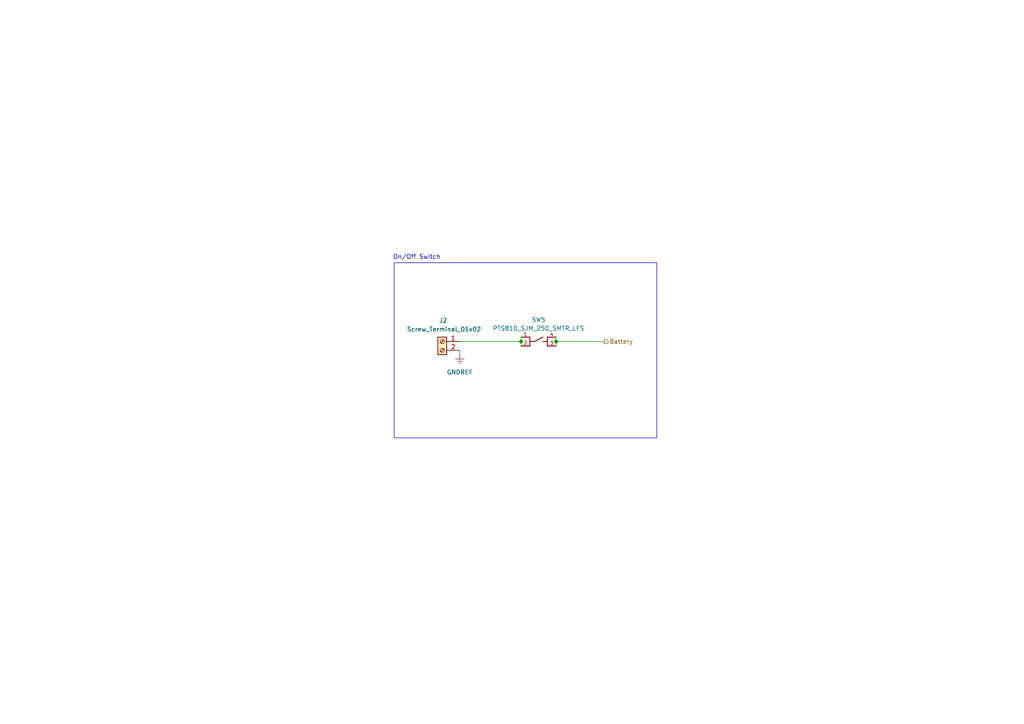
<source format=kicad_sch>
(kicad_sch
	(version 20250114)
	(generator "eeschema")
	(generator_version "9.0")
	(uuid "ad4c50bb-0b54-4b10-b258-a6df7668526b")
	(paper "A4")
	(lib_symbols
		(symbol "HMS_SSymbols_Library:GNDREF"
			(power)
			(pin_numbers
				(hide yes)
			)
			(pin_names
				(offset 0)
				(hide yes)
			)
			(exclude_from_sim no)
			(in_bom yes)
			(on_board yes)
			(property "Reference" "#PWR"
				(at 0 -6.35 0)
				(effects
					(font
						(size 1.27 1.27)
					)
					(hide yes)
				)
			)
			(property "Value" "GNDREF"
				(at 0 -3.81 0)
				(effects
					(font
						(size 1.27 1.27)
					)
				)
			)
			(property "Footprint" ""
				(at 0 0 0)
				(effects
					(font
						(size 1.27 1.27)
					)
					(hide yes)
				)
			)
			(property "Datasheet" ""
				(at 0 0 0)
				(effects
					(font
						(size 1.27 1.27)
					)
					(hide yes)
				)
			)
			(property "Description" "Power symbol creates a global label with name \"GNDREF\" , reference supply ground"
				(at 0 0 0)
				(effects
					(font
						(size 1.27 1.27)
					)
					(hide yes)
				)
			)
			(property "ki_keywords" "global power"
				(at 0 0 0)
				(effects
					(font
						(size 1.27 1.27)
					)
					(hide yes)
				)
			)
			(symbol "GNDREF_0_1"
				(polyline
					(pts
						(xy -0.635 -1.905) (xy 0.635 -1.905)
					)
					(stroke
						(width 0)
						(type default)
					)
					(fill
						(type none)
					)
				)
				(polyline
					(pts
						(xy -0.127 -2.54) (xy 0.127 -2.54)
					)
					(stroke
						(width 0)
						(type default)
					)
					(fill
						(type none)
					)
				)
				(polyline
					(pts
						(xy 0 -1.27) (xy 0 0)
					)
					(stroke
						(width 0)
						(type default)
					)
					(fill
						(type none)
					)
				)
				(polyline
					(pts
						(xy 1.27 -1.27) (xy -1.27 -1.27)
					)
					(stroke
						(width 0)
						(type default)
					)
					(fill
						(type none)
					)
				)
			)
			(symbol "GNDREF_1_1"
				(pin power_in line
					(at 0 0 270)
					(length 0)
					(name "~"
						(effects
							(font
								(size 1.27 1.27)
							)
						)
					)
					(number "1"
						(effects
							(font
								(size 1.27 1.27)
							)
						)
					)
				)
			)
			(embedded_fonts no)
		)
		(symbol "HMS_SSymbols_Library:PTS810_SJM_250_SMTR_LFS"
			(pin_names
				(offset 1.016)
			)
			(exclude_from_sim no)
			(in_bom yes)
			(on_board yes)
			(property "Reference" "SW"
				(at -3.81 1.27 0)
				(effects
					(font
						(size 1.27 1.27)
					)
					(justify left bottom)
				)
			)
			(property "Value" "PTS810_SJM_250_SMTR_LFS"
				(at -5.08 -6.35 0)
				(effects
					(font
						(size 1.27 1.27)
					)
					(justify left bottom)
				)
			)
			(property "Footprint" "PTS810_SJM_250_SMTR_LFS:SW_PTS810_SJM_250_SMTR_LFS"
				(at 0 0 0)
				(effects
					(font
						(size 1.27 1.27)
					)
					(justify bottom)
					(hide yes)
				)
			)
			(property "Datasheet" ""
				(at 0 0 0)
				(effects
					(font
						(size 1.27 1.27)
					)
					(hide yes)
				)
			)
			(property "Description" ""
				(at 0 0 0)
				(effects
					(font
						(size 1.27 1.27)
					)
					(hide yes)
				)
			)
			(property "MANUFACTURER" "CnK"
				(at 0 0 0)
				(effects
					(font
						(size 1.27 1.27)
					)
					(justify bottom)
					(hide yes)
				)
			)
			(property "STANDARD" "Manufacturer Recommendations"
				(at 0 0 0)
				(effects
					(font
						(size 1.27 1.27)
					)
					(justify bottom)
					(hide yes)
				)
			)
			(symbol "PTS810_SJM_250_SMTR_LFS_0_0"
				(polyline
					(pts
						(xy -2.54 0) (xy -5.08 0)
					)
					(stroke
						(width 0.254)
						(type default)
					)
					(fill
						(type none)
					)
				)
				(polyline
					(pts
						(xy -2.54 0) (xy -2.54 -2.54)
					)
					(stroke
						(width 0.254)
						(type default)
					)
					(fill
						(type none)
					)
				)
				(polyline
					(pts
						(xy -2.54 -1.27) (xy -1.27 -1.27)
					)
					(stroke
						(width 0.254)
						(type default)
					)
					(fill
						(type none)
					)
				)
				(polyline
					(pts
						(xy -2.54 -2.54) (xy -5.08 -2.54)
					)
					(stroke
						(width 0.254)
						(type default)
					)
					(fill
						(type none)
					)
				)
				(polyline
					(pts
						(xy -1.27 -1.27) (xy 1.27 0)
					)
					(stroke
						(width 0.254)
						(type default)
					)
					(fill
						(type none)
					)
				)
				(polyline
					(pts
						(xy 1.27 -1.27) (xy 2.54 -1.27)
					)
					(stroke
						(width 0.254)
						(type default)
					)
					(fill
						(type none)
					)
				)
				(polyline
					(pts
						(xy 2.54 0) (xy 2.54 -2.54)
					)
					(stroke
						(width 0.254)
						(type default)
					)
					(fill
						(type none)
					)
				)
				(polyline
					(pts
						(xy 2.54 0) (xy 5.08 0)
					)
					(stroke
						(width 0.254)
						(type default)
					)
					(fill
						(type none)
					)
				)
				(polyline
					(pts
						(xy 2.54 -2.54) (xy 5.08 -2.54)
					)
					(stroke
						(width 0.254)
						(type default)
					)
					(fill
						(type none)
					)
				)
				(pin passive line
					(at -5.08 0 0)
					(length 2.54)
					(name "~"
						(effects
							(font
								(size 1.016 1.016)
							)
						)
					)
					(number "1"
						(effects
							(font
								(size 1.016 1.016)
							)
						)
					)
				)
				(pin passive line
					(at -5.08 -2.54 0)
					(length 2.54)
					(name "~"
						(effects
							(font
								(size 1.016 1.016)
							)
						)
					)
					(number "2"
						(effects
							(font
								(size 1.016 1.016)
							)
						)
					)
				)
				(pin passive line
					(at 5.08 0 180)
					(length 2.54)
					(name "~"
						(effects
							(font
								(size 1.016 1.016)
							)
						)
					)
					(number "4"
						(effects
							(font
								(size 1.016 1.016)
							)
						)
					)
				)
				(pin passive line
					(at 5.08 -2.54 180)
					(length 2.54)
					(name "~"
						(effects
							(font
								(size 1.016 1.016)
							)
						)
					)
					(number "3"
						(effects
							(font
								(size 1.016 1.016)
							)
						)
					)
				)
			)
			(embedded_fonts no)
		)
		(symbol "HMS_SSymbols_Library:Screw_Terminal_01x02"
			(pin_names
				(offset 1.016)
				(hide yes)
			)
			(exclude_from_sim no)
			(in_bom yes)
			(on_board yes)
			(property "Reference" "J"
				(at 0 2.54 0)
				(effects
					(font
						(size 1.27 1.27)
					)
				)
			)
			(property "Value" "Screw_Terminal_01x02"
				(at 0 -5.08 0)
				(effects
					(font
						(size 1.27 1.27)
					)
				)
			)
			(property "Footprint" ""
				(at 0 0 0)
				(effects
					(font
						(size 1.27 1.27)
					)
					(hide yes)
				)
			)
			(property "Datasheet" "~"
				(at 0 0 0)
				(effects
					(font
						(size 1.27 1.27)
					)
					(hide yes)
				)
			)
			(property "Description" "Generic screw terminal, single row, 01x02, script generated (kicad-library-utils/schlib/autogen/connector/)"
				(at 0 0 0)
				(effects
					(font
						(size 1.27 1.27)
					)
					(hide yes)
				)
			)
			(property "ki_keywords" "screw terminal"
				(at 0 0 0)
				(effects
					(font
						(size 1.27 1.27)
					)
					(hide yes)
				)
			)
			(property "ki_fp_filters" "TerminalBlock*:*"
				(at 0 0 0)
				(effects
					(font
						(size 1.27 1.27)
					)
					(hide yes)
				)
			)
			(symbol "Screw_Terminal_01x02_1_1"
				(rectangle
					(start -1.27 1.27)
					(end 1.27 -3.81)
					(stroke
						(width 0.254)
						(type default)
					)
					(fill
						(type background)
					)
				)
				(polyline
					(pts
						(xy -0.5334 0.3302) (xy 0.3302 -0.508)
					)
					(stroke
						(width 0.1524)
						(type default)
					)
					(fill
						(type none)
					)
				)
				(polyline
					(pts
						(xy -0.5334 -2.2098) (xy 0.3302 -3.048)
					)
					(stroke
						(width 0.1524)
						(type default)
					)
					(fill
						(type none)
					)
				)
				(polyline
					(pts
						(xy -0.3556 0.508) (xy 0.508 -0.3302)
					)
					(stroke
						(width 0.1524)
						(type default)
					)
					(fill
						(type none)
					)
				)
				(polyline
					(pts
						(xy -0.3556 -2.032) (xy 0.508 -2.8702)
					)
					(stroke
						(width 0.1524)
						(type default)
					)
					(fill
						(type none)
					)
				)
				(circle
					(center 0 0)
					(radius 0.635)
					(stroke
						(width 0.1524)
						(type default)
					)
					(fill
						(type none)
					)
				)
				(circle
					(center 0 -2.54)
					(radius 0.635)
					(stroke
						(width 0.1524)
						(type default)
					)
					(fill
						(type none)
					)
				)
				(pin passive line
					(at -5.08 0 0)
					(length 3.81)
					(name "Pin_1"
						(effects
							(font
								(size 1.27 1.27)
							)
						)
					)
					(number "1"
						(effects
							(font
								(size 1.27 1.27)
							)
						)
					)
				)
				(pin passive line
					(at -5.08 -2.54 0)
					(length 3.81)
					(name "Pin_2"
						(effects
							(font
								(size 1.27 1.27)
							)
						)
					)
					(number "2"
						(effects
							(font
								(size 1.27 1.27)
							)
						)
					)
				)
			)
			(embedded_fonts no)
		)
	)
	(rectangle
		(start 114.3 76.2)
		(end 190.5 127)
		(stroke
			(width 0)
			(type default)
		)
		(fill
			(type none)
		)
		(uuid c2fd58d2-bc7c-458b-9f0f-78645dc78b2b)
	)
	(text "On/Off Switch"
		(exclude_from_sim no)
		(at 120.904 74.676 0)
		(effects
			(font
				(size 1.27 1.27)
			)
		)
		(uuid "61523390-97cf-4faf-832b-470a54191b37")
	)
	(junction
		(at 151.13 99.06)
		(diameter 0)
		(color 0 0 0 0)
		(uuid "32315eab-4049-459a-a5dd-4b41c01bc5ed")
	)
	(junction
		(at 161.29 99.06)
		(diameter 0)
		(color 0 0 0 0)
		(uuid "55354a48-f0f8-49ba-80a4-7a365451eae1")
	)
	(wire
		(pts
			(xy 151.13 99.06) (xy 151.13 100.33)
		)
		(stroke
			(width 0)
			(type default)
		)
		(uuid "101d0e2f-a9dd-4f61-bab2-19939845b24d")
	)
	(wire
		(pts
			(xy 133.35 101.6) (xy 133.35 102.87)
		)
		(stroke
			(width 0)
			(type default)
		)
		(uuid "4ba6700b-ab07-44f8-a469-44c3dadd4db8")
	)
	(wire
		(pts
			(xy 161.29 99.06) (xy 161.29 100.33)
		)
		(stroke
			(width 0)
			(type default)
		)
		(uuid "79940381-a7c0-479a-9416-ee39f53ae10e")
	)
	(wire
		(pts
			(xy 161.29 99.06) (xy 175.26 99.06)
		)
		(stroke
			(width 0)
			(type default)
		)
		(uuid "85cdcc58-0b60-47a9-b56e-965ecff3fd12")
	)
	(wire
		(pts
			(xy 133.35 99.06) (xy 151.13 99.06)
		)
		(stroke
			(width 0)
			(type default)
		)
		(uuid "bac5f7c4-0751-4b3c-a309-4ebc4186bb5a")
	)
	(wire
		(pts
			(xy 161.29 99.06) (xy 161.29 97.79)
		)
		(stroke
			(width 0)
			(type default)
		)
		(uuid "bfb0a7eb-20dd-4de9-8898-d2acf85b3a8c")
	)
	(wire
		(pts
			(xy 151.13 99.06) (xy 151.13 97.79)
		)
		(stroke
			(width 0)
			(type default)
		)
		(uuid "d7355e56-69ef-4f69-9f6d-e4756df06917")
	)
	(hierarchical_label "Battery"
		(shape output)
		(at 175.26 99.06 0)
		(effects
			(font
				(size 1.27 1.27)
			)
			(justify left)
		)
		(uuid "83ffde58-467c-4aeb-8d80-680b226c28fb")
	)
	(symbol
		(lib_id "HMS_SSymbols_Library:Screw_Terminal_01x02")
		(at 128.27 99.06 0)
		(mirror y)
		(unit 1)
		(exclude_from_sim no)
		(in_bom yes)
		(on_board yes)
		(dnp no)
		(uuid "10c33a06-ba69-4cc0-8a21-880c169e58a0")
		(property "Reference" "J2"
			(at 128.524 92.964 0)
			(effects
				(font
					(size 1.27 1.27)
				)
			)
		)
		(property "Value" "Screw_Terminal_01x02"
			(at 128.778 95.504 0)
			(effects
				(font
					(size 1.27 1.27)
				)
			)
		)
		(property "Footprint" ""
			(at 128.27 99.06 0)
			(effects
				(font
					(size 1.27 1.27)
				)
				(hide yes)
			)
		)
		(property "Datasheet" "~"
			(at 128.27 99.06 0)
			(effects
				(font
					(size 1.27 1.27)
				)
				(hide yes)
			)
		)
		(property "Description" "Generic screw terminal, single row, 01x02, script generated (kicad-library-utils/schlib/autogen/connector/)"
			(at 128.27 99.06 0)
			(effects
				(font
					(size 1.27 1.27)
				)
				(hide yes)
			)
		)
		(pin "2"
			(uuid "e567667a-a075-49dc-b173-ab5484706426")
		)
		(pin "1"
			(uuid "b433637c-6426-428e-ae25-fe481283ef74")
		)
		(instances
			(project "HMS"
				(path "/f58d4a15-dad3-4b2d-a625-0883ffa8695e/2d4ce2ca-8b05-4995-a001-1a5091b94039"
					(reference "J2")
					(unit 1)
				)
			)
		)
	)
	(symbol
		(lib_id "HMS_SSymbols_Library:GNDREF")
		(at 133.35 102.87 0)
		(unit 1)
		(exclude_from_sim no)
		(in_bom yes)
		(on_board yes)
		(dnp no)
		(fields_autoplaced yes)
		(uuid "2f6b826f-7e60-40e8-96f2-084d3f902134")
		(property "Reference" "#PWR21"
			(at 133.35 109.22 0)
			(effects
				(font
					(size 1.27 1.27)
				)
				(hide yes)
			)
		)
		(property "Value" "GNDREF"
			(at 133.35 107.95 0)
			(effects
				(font
					(size 1.27 1.27)
				)
			)
		)
		(property "Footprint" ""
			(at 133.35 102.87 0)
			(effects
				(font
					(size 1.27 1.27)
				)
				(hide yes)
			)
		)
		(property "Datasheet" ""
			(at 133.35 102.87 0)
			(effects
				(font
					(size 1.27 1.27)
				)
				(hide yes)
			)
		)
		(property "Description" "Power symbol creates a global label with name \"GNDREF\" , reference supply ground"
			(at 133.35 102.87 0)
			(effects
				(font
					(size 1.27 1.27)
				)
				(hide yes)
			)
		)
		(pin "1"
			(uuid "d649ffbc-aee6-4f46-bcba-5d167ff365f4")
		)
		(instances
			(project "HMS"
				(path "/f58d4a15-dad3-4b2d-a625-0883ffa8695e/2d4ce2ca-8b05-4995-a001-1a5091b94039"
					(reference "#PWR21")
					(unit 1)
				)
			)
		)
	)
	(symbol
		(lib_id "HMS_SSymbols_Library:PTS810_SJM_250_SMTR_LFS")
		(at 156.21 97.79 0)
		(unit 1)
		(exclude_from_sim no)
		(in_bom yes)
		(on_board yes)
		(dnp no)
		(fields_autoplaced yes)
		(uuid "a7b9e357-ddfc-4fca-8095-6401c4877c17")
		(property "Reference" "SW5"
			(at 156.21 92.71 0)
			(effects
				(font
					(size 1.27 1.27)
				)
			)
		)
		(property "Value" "PTS810_SJM_250_SMTR_LFS"
			(at 156.21 95.25 0)
			(effects
				(font
					(size 1.27 1.27)
				)
			)
		)
		(property "Footprint" "PTS810_SJM_250_SMTR_LFS:SW_PTS810_SJM_250_SMTR_LFS"
			(at 156.21 97.79 0)
			(effects
				(font
					(size 1.27 1.27)
				)
				(justify bottom)
				(hide yes)
			)
		)
		(property "Datasheet" ""
			(at 156.21 97.79 0)
			(effects
				(font
					(size 1.27 1.27)
				)
				(hide yes)
			)
		)
		(property "Description" ""
			(at 156.21 97.79 0)
			(effects
				(font
					(size 1.27 1.27)
				)
				(hide yes)
			)
		)
		(property "MANUFACTURER" "CnK"
			(at 156.21 97.79 0)
			(effects
				(font
					(size 1.27 1.27)
				)
				(justify bottom)
				(hide yes)
			)
		)
		(property "STANDARD" "Manufacturer Recommendations"
			(at 156.21 97.79 0)
			(effects
				(font
					(size 1.27 1.27)
				)
				(justify bottom)
				(hide yes)
			)
		)
		(pin "1"
			(uuid "57005e2f-aebe-4b50-9256-edfddd68a8af")
		)
		(pin "3"
			(uuid "c4a079c0-3366-44eb-9749-0bbf89983537")
		)
		(pin "4"
			(uuid "9e59e718-77a2-483a-9214-54bd4ade071e")
		)
		(pin "2"
			(uuid "feda1e4c-044b-41da-a03a-3cd0d8773afa")
		)
		(instances
			(project "HMS"
				(path "/f58d4a15-dad3-4b2d-a625-0883ffa8695e/2d4ce2ca-8b05-4995-a001-1a5091b94039"
					(reference "SW5")
					(unit 1)
				)
			)
		)
	)
)

</source>
